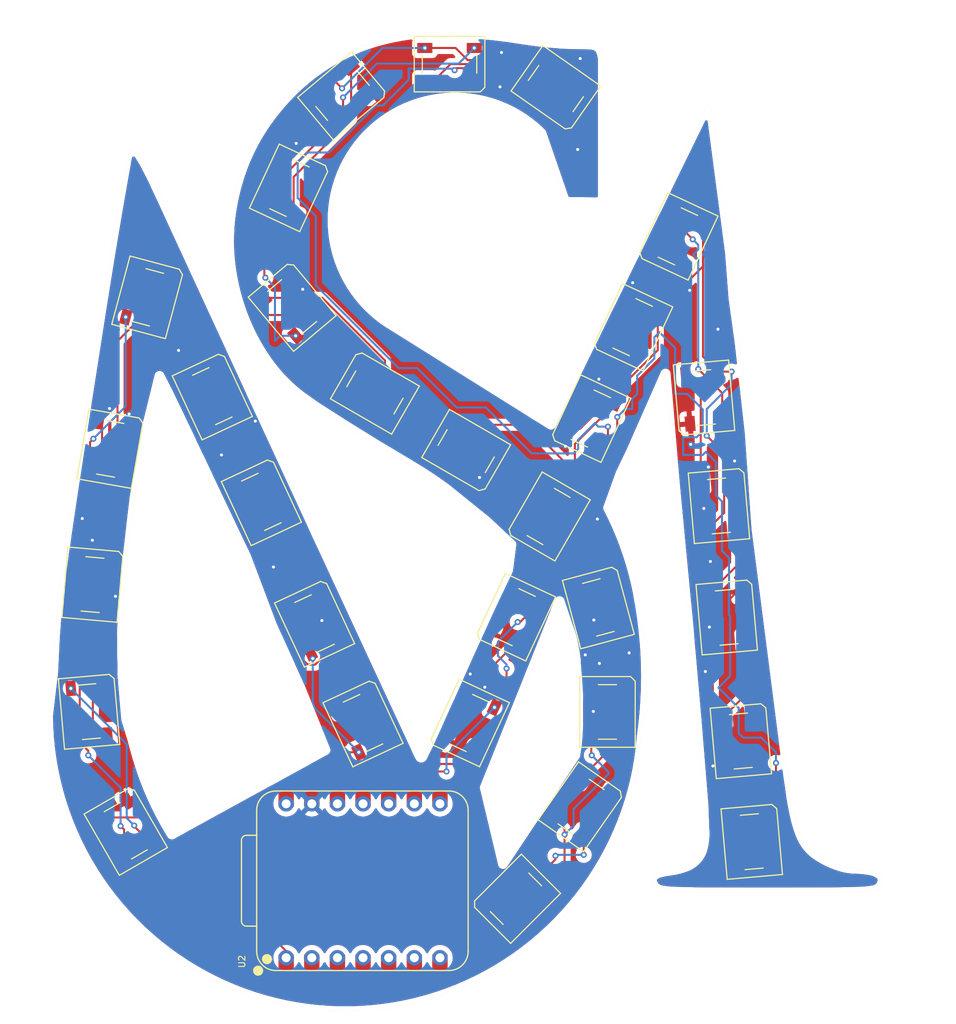
<source format=kicad_pcb>
(kicad_pcb (version 20241229) (generator "pcbnew") (generator_version "9.0")
  (layers (0 "F.Cu" signal) (2 "B.Cu" signal) (13 "F.Paste" user) (15 "B.Paste" user) (5 "F.SilkS" user "F.Silkscreen") (7 "B.SilkS" user "B.Silkscreen") (1 "F.Mask" user) (3 "B.Mask" user) (25 "Edge.Cuts" user))
  (net 0 "")
  (net 1 "Net-(D25-DOUT)")
  (net 2 "GND")
  (net 3 "+5V")
  (net 4 "Net-(D26-DOUT)")
  (net 5 "Net-(D27-DOUT)")
  (net 6 "Net-(D28-DOUT)")
  (net 7 "Net-(D29-DOUT)")
  (net 8 "Net-(D30-DOUT)")
  (net 9 "Net-(D31-DOUT)")
  (net 10 "Net-(D32-DOUT)")
  (net 11 "Net-(D33-DOUT)")
  (net 12 "Net-(D34-DOUT)")
  (net 13 "Net-(D35-DOUT)")
  (net 14 "Net-(D36-DOUT)")
  (net 15 "Net-(D37-DOUT)")
  (net 16 "Net-(D38-DOUT)")
  (net 17 "Net-(D39-DOUT)")
  (net 18 "Net-(D40-DOUT)")
  (net 19 "Net-(D41-DOUT)")
  (net 20 "Net-(D42-DOUT)")
  (net 21 "Net-(D43-DOUT)")
  (net 22 "Net-(D44-DOUT)")
  (net 23 "Net-(D45-DOUT)")
  (net 24 "Net-(D46-DOUT)")
  (net 25 "Net-(D47-DOUT)")
  (net 26 "Net-(D48-DOUT)")
  (net 27 "Net-(D49-DOUT)")
  (net 28 "Net-(D50-DOUT)")
  (net 29 "Net-(D51-DOUT)")
  (net 30 "Net-(D52-DOUT)")
  (net 31 "Net-(D53-DOUT)")
  (net 32 "Net-(D54-DOUT)")
  (net 33 "Net-(D25-DIN)")
  (footprint "LED_SMD:LED_SK6812_PLCC4_5.0x5.0mm_P3.2mm" (layer "F.Cu") (at 108.680382 112.869874 -85)
    (property "Reference" "D26" (hide yes))
    (property "Value" "SK6812" (hide yes))
  )
  (footprint "LED_SMD:LED_SK6812_PLCC4_5.0x5.0mm_P3.2mm" (layer "F.Cu") (at 173.269618 115.780126 -85)
    (property "Reference" "D50" (hide yes))
    (property "Value" "SK6812" (hide yes))
  )
  (footprint "Xiao:XIAO-ESP32S3-DIP" (layer "F.Cu") (at 135.83 129.620001 90)
    (property "Reference" "U2")
    (property "Value" "XIAO-ESP32-S3-DIP")
  )
  (footprint "LED_SMD:LED_SK6812_PLCC4_5.0x5.0mm_P3.2mm" (layer "F.Cu") (at 154.939202 51.165904 145)
    (property "Reference" "D43" (hide yes))
    (property "Value" "SK6812" (hide yes))
  )
  (footprint "LED_SMD:LED_SK6812_PLCC4_5.0x5.0mm_P3.2mm" (layer "F.Cu") (at 137.003238 81.264359 -30)
    (property "Reference" "D38" (hide yes))
    (property "Value" "SK6812" (hide yes))
  )
  (footprint "LED_SMD:LED_SK6812_PLCC4_5.0x5.0mm_P3.2mm" (layer "F.Cu") (at 169.619622 81.780127 95)
    (property "Reference" "D47" (hide yes))
    (property "Value" "SK6812" (hide yes))
  )
  (footprint "LED_SMD:LED_SK6812_PLCC4_5.0x5.0mm_P3.2mm" (layer "F.Cu") (at 109.019622 100.294873 -95)
    (property "Reference" "D27" (hide yes))
    (property "Value" "SK6812" (hide yes))
  )
  (footprint "LED_SMD:LED_SK6812_PLCC4_5.0x5.0mm_P3.2mm" (layer "F.Cu") (at 162.55 74.8 65)
    (property "Reference" "D45" (hide yes))
    (property "Value" "SK6812" (hide yes))
  )
  (footprint "LED_SMD:LED_SK6812_PLCC4_5.0x5.0mm_P3.2mm" (layer "F.Cu") (at 128.535325 61.003357 -115)
    (property "Reference" "D40" (hide yes))
    (property "Value" "SK6812" (hide yes))
  )
  (footprint "LED_SMD:LED_SK6812_PLCC4_5.0x5.0mm_P3.2mm" (layer "F.Cu") (at 133.798351 51.899501 -140)
    (property "Reference" "D41" (hide yes))
    (property "Value" "SK6812" (hide yes))
  )
  (footprint "LED_SMD:LED_SK6812_PLCC4_5.0x5.0mm_P3.2mm" (layer "F.Cu") (at 131.025 104.125 -65)
    (property "Reference" "D32" (hide yes))
    (property "Value" "SK6812" (hide yes))
  )
  (footprint "LED_SMD:LED_SK6812_PLCC4_5.0x5.0mm_P3.2mm" (layer "F.Cu") (at 144.399999 48.749997 180)
    (property "Reference" "D42" (hide yes))
    (property "Value" "SK6812" (hide yes))
  )
  (footprint "LED_SMD:LED_SK6812_PLCC4_5.0x5.0mm_P3.2mm" (layer "F.Cu") (at 167.035506 65.805734 65)
    (property "Reference" "D46" (hide yes))
    (property "Value" "SK6812" (hide yes))
  )
  (footprint "LED_SMD:LED_SK6812_PLCC4_5.0x5.0mm_P3.2mm" (layer "F.Cu") (at 146.05 87.075 150)
    (property "Reference" "D37" (hide yes))
    (property "Value" "SK6812" (hide yes))
  )
  (footprint "LED_SMD:LED_SK6812_PLCC4_5.0x5.0mm_P3.2mm" (layer "F.Cu") (at 112.31064 124.671763 -60)
    (property "Reference" "D25" (hide yes))
    (property "Value" "SK6812" (hide yes))
  )
  (footprint "LED_SMD:LED_SK6812_PLCC4_5.0x5.0mm_P3.2mm" (layer "F.Cu") (at 135.825 114 -65)
    (property "Reference" "D33" (hide yes))
    (property "Value" "SK6812" (hide yes))
  )
  (footprint "LED_SMD:LED_SK6812_PLCC4_5.0x5.0mm_P3.2mm" (layer "F.Cu") (at 171.869618 103.530126 -85)
    (property "Reference" "D49" (hide yes))
    (property "Value" "SK6812" (hide yes))
  )
  (footprint "LED_SMD:LED_SK6812_PLCC4_5.0x5.0mm_P3.2mm" (layer "F.Cu") (at 157.434092 122.2892 -125)
    (property "Reference" "D54" (hide yes))
    (property "Value" "SK6812" (hide yes))
  )
  (footprint "LED_SMD:LED_SK6812_PLCC4_5.0x5.0mm_P3.2mm" (layer "F.Cu") (at 120.889679 81.628356 -65)
    (property "Reference" "D30" (hide yes))
    (property "Value" "SK6812" (hide yes))
  )
  (footprint "LED_SMD:LED_SK6812_PLCC4_5.0x5.0mm_P3.2mm" (layer "F.Cu") (at 150.939494 103.519266 65)
    (property "Reference" "D35" (hide yes))
    (property "Value" "SK6812" (hide yes))
  )
  (footprint "LED_SMD:LED_SK6812_PLCC4_5.0x5.0mm_P3.2mm" (layer "F.Cu") (at 114.488628 71.844371 -105)
    (property "Reference" "D29" (hide yes))
    (property "Value" "SK6812" (hide yes))
  )
  (footprint "LED_SMD:LED_SK6812_PLCC4_5.0x5.0mm_P3.2mm" (layer "F.Cu") (at 159.15 102.55 -75)
    (property "Reference" "D52" (hide yes))
    (property "Value" "SK6812" (hide yes))
  )
  (footprint "LED_SMD:LED_SK6812_PLCC4_5.0x5.0mm_P3.2mm" (layer "F.Cu") (at 158.4 83.85 65)
    (property "Reference" "D44" (hide yes))
    (property "Value" "SK6812" (hide yes))
  )
  (footprint "LED_SMD:LED_SK6812_PLCC4_5.0x5.0mm_P3.2mm" (layer "F.Cu") (at 171.1 92.5 -85)
    (property "Reference" "D48" (hide yes))
    (property "Value" "SK6812" (hide yes))
  )
  (footprint "LED_SMD:LED_SK6812_PLCC4_5.0x5.0mm_P3.2mm" (layer "F.Cu") (at 110.776132 86.840058 -100)
    (property "Reference" "D28" (hide yes))
    (property "Value" "SK6812" (hide yes))
  )
  (footprint "LED_SMD:LED_SK6812_PLCC4_5.0x5.0mm_P3.2mm" (layer "F.Cu") (at 128.800842 72.74473 -50)
    (property "Reference" "D39" (hide yes))
    (property "Value" "SK6812" (hide yes))
  )
  (footprint "LED_SMD:LED_SK6812_PLCC4_5.0x5.0mm_P3.2mm" (layer "F.Cu") (at 174.35 125.75 -85)
    (property "Reference" "D51" (hide yes))
    (property "Value" "SK6812" (hide yes))
  )
  (footprint "LED_SMD:LED_SK6812_PLCC4_5.0x5.0mm_P3.2mm" (layer "F.Cu") (at 150.986218 131.401042 45)
    (property "Reference" "D55" (hide yes))
    (property "Value" "SK6812" (hide yes))
  )
  (footprint "LED_SMD:LED_SK6812_PLCC4_5.0x5.0mm_P3.2mm" (layer "F.Cu") (at 146.364494 113.994266 65)
    (property "Reference" "D34" (hide yes))
    (property "Value" "SK6812" (hide yes))
  )
  (footprint "LED_SMD:LED_SK6812_PLCC4_5.0x5.0mm_P3.2mm" (layer "F.Cu") (at 160.05 112.9 -90)
    (property "Reference" "D53" (hide yes))
    (property "Value" "SK6812" (hide yes))
  )
  (footprint "LED_SMD:LED_SK6812_PLCC4_5.0x5.0mm_P3.2mm" (layer "F.Cu") (at 125.75 92.1 -65)
    (property "Reference" "D31" (hide yes))
    (property "Value" "SK6812" (hide yes))
  )
  (footprint "LED_SMD:LED_SK6812_PLCC4_5.0x5.0mm_P3.2mm" (layer "F.Cu") (at 154.21436 93.546763 60)
    (property "Reference" "D36" (hide yes))
    (property "Value" "SK6812" (hide yes))
  )
  (gr_line (start 174.820857 94.761783) (end 176.211742 105.563113) (stroke (width 0.0053)) (layer "Edge.Cuts"))
  (gr_line (start 169.553025 121.995249) (end 168.871781 113.600561) (stroke (width 0.0053)) (layer "Edge.Cuts"))
  (gr_arc (start 137.969728 46.28487) (mid 140.998184 45.749534) (end 144.070087 45.60276) (stroke (width 0.0053)) (layer "Edge.Cuts"))
  (gr_arc (start 126.324651 78.148305) (mid 124.984696 75.962933) (end 123.927298 73.627717) (stroke (width 0.0053)) (layer "Edge.Cuts"))
  (gr_arc (start 128.423351 51.859039) (mid 130.513479 49.956943) (end 132.845525 48.360644) (stroke (width 0.0053)) (layer "Edge.Cuts"))
  (gr_line (start 140.519595 88.466883) (end 137.402865 86.607637) (stroke (width 0.0053)) (layer "Edge.Cuts"))
  (gr_line (start 112.435777 98.21598) (end 112.102797 101.976962) (stroke (width 0.0053)) (layer "Edge.Cuts"))
  (gr_line (start 109.015689 78.621543) (end 109.494742 75.568005) (stroke (width 0.0053)) (layer "Edge.Cuts"))
  (gr_line (start 112.102797 101.976962) (end 111.939166 105.033557) (stroke (width 0.0053)) (layer "Edge.Cuts"))
  (gr_arc (start 164.564945 129.200985) (mid 164.817869 128.980833) (end 165.122481 128.84065) (stroke (width 0.0053)) (layer "Edge.Cuts"))
  (gr_arc (start 164.752893 130.233828) (mid 164.568927 129.972826) (end 164.45321 129.675209) (stroke (width 0.0053)) (layer "Edge.Cuts"))
  (gr_arc (start 112.689667 57.499333) (mid 112.770193 57.464468) (end 112.854211 57.439153) (stroke (width 0.0053)) (layer "Edge.Cuts"))
  (gr_line (start 115.983738 62.27684) (end 117.139565 64.7877) (stroke (width 0.0053)) (layer "Edge.Cuts"))
  (gr_line (start 108.191478 83.87434) (end 108.554286 81.562305) (stroke (width 0.0053)) (layer "Edge.Cuts"))
  (gr_arc (start 112.410816 58.068749) (mid 112.479796 57.81886) (end 112.594622 57.586445) (stroke (width 0.0053)) (layer "Edge.Cuts"))
  (gr_arc (start 166.600433 130.706627) (mid 165.973426 130.655835) (end 165.350936 130.565146) (stroke (width 0.0053)) (layer "Edge.Cuts"))
  (gr_arc (start 184.509431 128.418166) (mid 185.294711 128.465091) (end 186.074711 128.567395) (stroke (width 0.0053)) (layer "Edge.Cuts"))
  (gr_arc (start 144.070087 45.60276) (mid 147.760856 45.79775) (end 151.427186 46.264463) (stroke (width 0.0053)) (layer "Edge.Cuts"))
  (gr_line (start 109.494742 75.568005) (end 109.916896 72.87684) (stroke (width 0.0053)) (layer "Edge.Cuts"))
  (gr_line (start 105.688284 100.795218) (end 105.813325 99.77434) (stroke (width 0.0053)) (layer "Edge.Cuts"))
  (gr_line (start 111.979458 109.191503) (end 112.358456 113.62135) (stroke (width 0.0053)) (layer "Edge.Cuts"))
  (gr_line (start 112.958268 115.538676) (end 113.188306 116.418521) (stroke (width 0.0053)) (layer "Edge.Cuts"))
  (gr_line (start 132.1 116.675) (end 116.885209 125.018892) (stroke (width 0.0053)) (layer "Edge.Cuts"))
  (gr_arc (start 124.654197 57.210001) (mid 125.423185 55.785991) (end 126.304199 54.428434) (stroke (width 0.0053)) (layer "Edge.Cuts"))
  (gr_line (start 167.023525 93.41434) (end 166.797027 91.025742) (stroke (width 0.0053)) (layer "Edge.Cuts"))
  (gr_line (start 169.652282 124.529622) (end 169.553025 121.995249) (stroke (width 0.0053)) (layer "Edge.Cuts"))
  (gr_line (start 166.074913 82.54934) (end 165.799829 79.407046) (stroke (width 0.0053)) (layer "Edge.Cuts"))
  (gr_arc (start 167.768011 128.24118) (mid 166.96403 128.478927) (end 166.13896 128.627816) (stroke (width 0.0053)) (layer "Edge.Cuts"))
  (gr_line (start 124.240509 97.531335) (end 121.343662 91.448356) (stroke (width 0.0053)) (layer "Edge.Cuts"))
  (gr_arc (start 112.854211 57.439153) (mid 112.954704 57.420507) (end 113.056578 57.412248) (stroke (width 0.0053)) (layer "Edge.Cuts"))
  (gr_arc (start 122.750029 63.458505) (mid 123.051296 61.824409) (end 123.472955 60.217164) (stroke (width 0.0053)) (layer "Edge.Cuts"))
  (gr_line (start 150.527354 96.329618) (end 150.205063 98.823522) (stroke (width 0.0053)) (layer "Edge.Cuts"))
  (gr_line (start 153.506504 55.595425) (end 155.85 62.4) (stroke (width 0.0053)) (layer "Edge.Cuts"))
  (gr_arc (start 112.594622 57.586445) (mid 112.636113 57.53631) (end 112.689667 57.499333) (stroke (width 0.0053)) (layer "Edge.Cuts"))
  (gr_line (start 136.740897 107.162612) (end 141.335729 117.041073) (stroke (width 0.0053)) (layer "Edge.Cuts"))
  (gr_line (start 107.602652 87.679865) (end 108.191478 83.87434) (stroke (width 0.0053)) (layer "Edge.Cuts"))
  (gr_line (start 117.460853 83.27099) (end 116.498766 81.275812) (stroke (width 0.0053)) (layer "Edge.Cuts"))
  (gr_line (start 177.624626 116.60184) (end 178.229852 121.015326) (stroke (width 0.0053)) (layer "Edge.Cuts"))
  (gr_arc (start 164.45321 129.675209) (mid 164.450972 129.424406) (end 164.564945 129.200985) (stroke (width 0.0053)) (layer "Edge.Cuts"))
  (gr_line (start 141.685066 117.345933) (end 142.148157 116.432491) (stroke (width 0.0053)) (layer "Edge.Cuts"))
  (gr_arc (start 156.356527 105.061685) (mid 156.685097 106.344038) (end 156.892617 107.651386) (stroke (width 0.0053)) (layer "Edge.Cuts"))
  (gr_line (start 143.03309 114.51374) (end 146.369424 107.078667) (stroke (width 0.0053)) (layer "Edge.Cuts"))
  (gr_arc (start 163.078744 101.151602) (mid 163.861149 108.235197) (end 163.449999 115.35) (stroke (width 0.0053)) (layer "Edge.Cuts"))
  (gr_line (start 166.535065 88.091152) (end 166.280273 85.106206) (stroke (width 0.0053)) (layer "Edge.Cuts"))
  (gr_line (start 118.856104 86.217309) (end 117.460853 83.27099) (stroke (width 0.0053)) (layer "Edge.Cuts"))
  (gr_line (start 110.797636 67.39612) (end 111.63375 62.472885) (stroke (width 0.0053)) (layer "Edge.Cuts"))
  (gr_line (start 152.775973 46.459754) (end 154.275392 46.62456) (stroke (width 0.0053)) (layer "Edge.Cuts"))
  (gr_line (start 108.554286 81.562305) (end 109.015689 78.621543) (stroke (width 0.0053)) (layer "Edge.Cuts"))
  (gr_line (start 154.275392 46.62456) (end 155.697419 46.738788) (stroke (width 0.0053)) (layer "Edge.Cuts"))
  (gr_line (start 126.79594 85.692902) (end 128.421336 89.21099) (stroke (width 0.0053)) (layer "Edge.Cuts"))
  (gr_arc (start 158.703867 46.863589) (mid 158.89799 46.922357) (end 159.077532 47.016708) (stroke (width 0.0053)) (layer "Edge.Cuts"))
  (gr_line (start 162.45 87) (end 161.35 89.3) (stroke (width 0.0053)) (layer "Edge.Cuts"))
  (gr_line (start 172.55 72) (end 173.15 76.3) (stroke (width 0.0053)) (layer "Edge.Cuts"))
  (gr_line (start 160.125847 92.695346) (end 161.35 89.3) (stroke (width 0.0053)) (layer "Edge.Cuts"))
  (gr_arc (start 129.639909 81.610665) (mid 127.851118 80.005075) (end 126.324651 78.148305) (stroke (width 0.0053)) (layer "Edge.Cuts"))
  (gr_line (start 113.185456 91.712381) (end 112.951373 93.67934) (stroke (width 0.0053)) (layer "Edge.Cuts"))
  (gr_line (start 121.343662 91.448356) (end 118.856104 86.217309) (stroke (width 0.0053)) (layer "Edge.Cuts"))
  (gr_arc (start 183.312548 128.23907) (mid 182.644887 128.023015) (end 181.996747 127.754009) (stroke (width 0.0053)) (layer "Edge.Cuts"))
  (gr_line (start 131.107198 82.648245) (end 129.639909 81.610665) (stroke (width 0.0053)) (layer "Edge.Cuts"))
  (gr_line (start 105.813325 99.77434) (end 106.314624 96.290752) (stroke (width 0.0053)) (layer "Edge.Cuts"))
  (gr_line (start 151.427186 46.264463) (end 152.775973 46.459754) (stroke (width 0.0053)) (layer "Edge.Cuts"))
  (gr_arc (start 116.885209 125.018892) (mid 115.122733 121.787252) (end 113.769932 118.36384) (stroke (width 0.0053)) (layer "Edge.Cuts"))
  (gr_line (start 129.321851 91.16184) (end 132.527555 98.091903) (stroke (width 0.0053)) (layer "Edge.Cuts"))
  (gr_line (start 111.63375 62.472885) (end 112.410816 58.068749) (stroke (width 0.0053)) (layer "Edge.Cuts"))
  (gr_arc (start 123.472955 60.217164) (mid 124.00295 58.689768) (end 124.654197 57.210001) (stroke (width 0.0053)) (layer "Edge.Cuts"))
  (gr_line (start 166.280273 85.106206) (end 166.074913 82.54934) (stroke (width 0.0053)) (layer "Edge.Cuts"))
  (gr_line (start 105.118466 108.945918) (end 104.605526 113.276269) (stroke (width 0.0053)) (layer "Edge.Cuts"))
  (gr_line (start 111.959655 107.341352) (end 111.991063 108.307689) (stroke (width 0.0053)) (layer "Edge.Cuts"))
  (gr_line (start 132.527555 98.091903) (end 136.740897 107.162612) (stroke (width 0.0053)) (layer "Edge.Cuts"))
  (gr_line (start 113.636826 57.681196) (end 114.152265 58.520583) (stroke (width 0.0053)) (layer "Edge.Cuts"))
  (gr_line (start 168.871781 113.600561) (end 168.011053 103.798648) (stroke (width 0.0053)) (layer "Edge.Cuts"))
  (gr_line (start 128.421336 89.21099) (end 129.321851 91.16184) (stroke (width 0.0053)) (layer "Edge.Cuts"))
  (gr_line (start 114.152265 58.520583) (end 114.879481 59.922918) (stroke (width 0.0053)) (layer "Edge.Cuts"))
  (gr_line (start 124.900356 81.591227) (end 126.79594 85.692902) (stroke (width 0.0053)) (layer "Edge.Cuts"))
  (gr_line (start 114.35 84.925) (end 113.185456 91.712381) (stroke (width 0.0053)) (layer "Edge.Cuts"))
  (gr_arc (start 169.652282 124.529622) (mid 169.643104 125.509619) (end 169.463158 126.472998) (stroke (width 0.0053)) (layer "Edge.Cuts"))
  (gr_line (start 176.211742 105.563113) (end 177.624626 116.60184) (stroke (width 0.0053)) (layer "Edge.Cuts"))
  (gr_arc (start 113.267946 57.425436) (mid 113.48179 57.510908) (end 113.636826 57.681196) (stroke (width 0.0053)) (layer "Edge.Cuts"))
  (gr_line (start 138.698794 74.600716) (end 154.45 84.45) (stroke (width 0.0053)) (layer "Edge.Cuts"))
  (gr_line (start 182.797392 130.768873) (end 175.896931 130.77934) (stroke (width 0.0053)) (layer "Edge.Cuts"))
  (gr_line (start 155.3 101.95) (end 156.356527 105.061686) (stroke (width 0.0053)) (layer "Edge.Cuts"))
  (gr_line (start 168.011053 103.798648) (end 167.023525 93.41434) (stroke (width 0.0053)) (layer "Edge.Cuts"))
  (gr_line (start 112.951373 93.67934) (end 112.435777 98.21598) (stroke (width 0.0053)) (layer "Edge.Cuts"))
  (gr_arc (start 141.685066 117.345933) (mid 141.597779 117.404639) (end 141.504617 117.355763) (stroke (width 0.0053)) (layer "Edge.Cuts"))
  (gr_arc (start 126.304199 54.428434) (mid 127.316376 53.104644) (end 128.423351 51.859039) (stroke (width 0.0053)) (layer "Edge.Cuts"))
  (gr_line (start 148.050466 94.010566) (end 144.153812 90.871985) (stroke (width 0.0053)) (layer "Edge.Cuts"))
  (gr_arc (start 187.318731 129.546557) (mid 187.240864 129.914851) (end 187.040969 130.233828) (stroke (width 0.0053)) (layer "Edge.Cuts"))
  (gr_arc (start 168.850757 127.54299) (mid 168.349839 127.954824) (end 167.768011 128.24118) (stroke (width 0.0053)) (layer "Edge.Cuts"))
  (gr_line (start 114.879481 59.922918) (end 115.983738 62.27684) (stroke (width 0.0053)) (layer "Edge.Cuts"))
  (gr_line (start 109.916896 72.87684) (end 110.797636 67.39612) (stroke (width 0.0053)) (layer "Edge.Cuts"))
  (gr_arc (start 187.032275 128.965473) (mid 187.248249 129.220155) (end 187.318731 129.546557) (stroke (width 0.0053)) (layer "Edge.Cuts"))
  (gr_line (start 111.939166 105.033557) (end 111.959655 107.341352) (stroke (width 0.0053)) (layer "Edge.Cuts"))
  (gr_line (start 170.2 52.3) (end 172.2 67.45) (stroke (width 0.0053)) (layer "Edge.Cuts"))
  (gr_line (start 129.6 110.5) (end 126.825 104.375) (stroke (width 0.0053)) (layer "Edge.Cuts"))
  (gr_line (start 155.697419 46.738788) (end 156.784026 46.77434) (stroke (width 0.0053)) (layer "Edge.Cuts"))
  (gr_line (start 149.085481 101.168318) (end 150.205063 98.823522) (stroke (width 0.0053)) (layer "Edge.Cuts"))
  (gr_line (start 147.807626 103.907071) (end 149.085481 101.168318) (stroke (width 0.0053)) (layer "Edge.Cuts"))
  (gr_line (start 115.658538 79.630108) (end 114.35 84.925) (stroke (width 0.0053)) (layer "Edge.Cuts"))
  (gr_line (start 156.784026 46.77434) (end 158.065021 46.791269) (stroke (width 0.0053)) (layer "Edge.Cuts"))
  (gr_arc (start 187.040969 130.233828) (mid 186.769473 130.449171) (end 186.442926 130.565146) (stroke (width 0.0053)) (layer "Edge.Cuts"))
  (gr_line (start 105.279397 105.597345) (end 105.396948 103.983146) (stroke (width 0.0053)) (layer "Edge.Cuts"))
  (gr_line (start 157.133154 112.824661) (end 157.140464 111.16934) (stroke (width 0.0053)) (layer "Edge.Cuts"))
  (gr_line (start 168.99647 130.768873) (end 166.600433 130.706627) (stroke (width 0.0053)) (layer "Edge.Cuts"))
  (gr_arc (start 163.45 115.35) (mid 133.033521 142.525864) (end 104.605524 113.276269) (stroke (width 0.0053)) (layer "Edge.Cuts"))
  (gr_arc (start 113.056578 57.412248) (mid 113.162565 57.413982) (end 113.267946 57.425436) (stroke (width 0.0053)) (layer "Edge.Cuts"))
  (gr_line (start 146.369424 107.078667) (end 147.807626 103.907071) (stroke (width 0.0053)) (layer "Edge.Cuts"))
  (gr_line (start 126.825 104.375) (end 124.240509 97.531335) (stroke (width 0.0053)) (layer "Edge.Cuts"))
  (gr_line (start 149.7 127.95) (end 156.860112 117.181012) (stroke (width 0.0053)) (layer "Edge.Cuts"))
  (gr_line (start 111.991063 108.307689) (end 111.979458 109.191503) (stroke (width 0.0053)) (layer "Edge.Cuts"))
  (gr_arc (start 160.125849 92.695346) (mid 161.903184 96.818408) (end 163.078744 101.151607) (stroke (width 0.0053)) (layer "Edge.Cuts"))
  (gr_line (start 175.896931 130.77934) (end 168.99647 130.768873) (stroke (width 0.0053)) (layer "Edge.Cuts"))
  (gr_arc (start 179.933886 126.299641) (mid 179.539682 125.750082) (end 179.234753 125.146401) (stroke (width 0.0053)) (layer "Edge.Cuts"))
  (gr_arc (start 165.350936 130.565146) (mid 165.024387 130.449175) (end 164.752893 130.233828) (stroke (width 0.0053)) (layer "Edge.Cuts"))
  (gr_line (start 132.1 116.675) (end 129.6 110.5) (stroke (width 0.0053)) (layer "Edge.Cuts"))
  (gr_line (start 170.2 52.3) (end 154.45 84.45) (stroke (width 0.0053)) (layer "Edge.Cuts"))
  (gr_line (start 105.396948 103.983146) (end 105.540713 102.304691) (stroke (width 0.0053)) (layer "Edge.Cuts"))
  (gr_arc (start 169.463158 126.472998) (mid 169.223509 127.046085) (end 168.850757 127.54299) (stroke (width 0.0053)) (layer "Edge.Cuts"))
  (gr_arc (start 122.681888 68.551708) (mid 122.547872 66.002857) (end 122.750029 63.458505) (stroke (width 0.0053)) (layer "Edge.Cuts"))
  (gr_arc (start 132.845525 48.360644) (mid 135.331563 47.134991) (end 137.969728 46.28487) (stroke (width 0.0053)) (layer "Edge.Cuts"))
  (gr_line (start 166.797027 91.025742) (end 166.535065 88.091152) (stroke (width 0.0053)) (layer "Edge.Cuts"))
  (gr_arc (start 179.234753 125.146401) (mid 178.941583 124.346487) (end 178.711927 123.526079) (stroke (width 0.0053)) (layer "Edge.Cuts"))
  (gr_line (start 159.605226 48.401563) (end 159.6 62.45) (stroke (width 0.0053)) (layer "Edge.Cuts"))
  (gr_arc (start 186.442926 130.565146) (mid 185.59533 130.678708) (end 184.74108 130.718378) (stroke (width 0.0053)) (layer "Edge.Cuts"))
  (gr_arc (start 141.504617 117.355763) (mid 141.415671 117.200834) (end 141.335729 117.041073) (stroke (width 0.0053)) (layer "Edge.Cuts"))
  (gr_line (start 142.148157 116.432491) (end 143.03309 114.51374) (stroke (width 0.0053)) (layer "Edge.Cuts"))
  (gr_arc (start 181.996747 127.754009) (mid 181.380453 127.437759) (end 180.79176 127.072692) (stroke (width 0.0053)) (layer "Edge.Cuts"))
  (gr_arc (start 184.509431 128.418166) (mid 183.90542 128.36584) (end 183.312548 128.23907) (stroke (width 0.0053)) (layer "Edge.Cuts"))
  (gr_line (start 105.118466 108.945918) (end 105.279397 105.597345) (stroke (width 0.0053)) (layer "Edge.Cuts"))
  (gr_line (start 112.358456 113.62135) (end 112.958268 115.538676) (stroke (width 0.0053)) (layer "Edge.Cuts"))
  (gr_arc (start 158.065021 46.791269) (mid 158.386006 46.813635) (end 158.703867 46.863589) (stroke (width 0.0053)) (layer "Edge.Cuts"))
  (gr_arc (start 159.077532 47.016708) (mid 159.218319 47.136238) (end 159.325107 47.286919) (stroke (width 0.0053)) (layer "Edge.Cuts"))
  (gr_line (start 155.85 62.4) (end 159.6 62.45) (stroke (width 0.0053)) (layer "Edge.Cuts"))
  (gr_line (start 174.15 85.25) (end 174.820857 94.761783) (stroke (width 0.0053)) (layer "Edge.Cuts"))
  (gr_line (start 115.658538 79.630108) (end 116.498766 81.275812) (stroke (width 0.0053)) (layer "Edge.Cuts"))
  (gr_line (start 122.95442 77.38184) (end 124.900356 81.591227) (stroke (width 0.0053)) (layer "Edge.Cuts"))
  (gr_line (start 172.2 67.45) (end 172.55 72) (stroke (width 0.0053)) (layer "Edge.Cuts"))
  (gr_arc (start 186.074711 128.567395) (mid 186.576308 128.711557) (end 187.032275 128.965473) (stroke (width 0.0053)) (layer "Edge.Cuts"))
  (gr_arc (start 140.519595 88.466883) (mid 142.37049 89.618382) (end 144.153812 90.871985) (stroke (width 0.0053)) (layer "Edge.Cuts"))
  (gr_arc (start 138.698794 74.600717) (mid 135.377702 56.741876) (end 153.506505 55.595425) (stroke (width 0.0053)) (layer "Edge.Cuts"))
  (gr_line (start 150.527354 96.329618) (end 148.050466 94.010566) (stroke (width 0.0053)) (layer "Edge.Cuts"))
  (gr_line (start 184.74108 130.718378) (end 182.797392 130.768873) (stroke (width 0.0053)) (layer "Edge.Cuts"))
  (gr_line (start 137.402865 86.607637) (end 134.074961 84.545199) (stroke (width 0.0053)) (layer "Edge.Cuts"))
  (gr_line (start 113.470447 117.404345) (end 113.769932 118.36384) (stroke (width 0.0053)) (layer "Edge.Cuts"))
  (gr_line (start 106.314624 96.290752) (end 106.944961 92.034096) (stroke (width 0.0053)) (layer "Edge.Cuts"))
  (gr_line (start 120.964201 73.075189) (end 122.95442 77.38184) (stroke (width 0.0053)) (layer "Edge.Cuts"))
  (gr_line (start 157.140464 111.16934) (end 156.892617 107.651386) (stroke (width 0.0053)) (layer "Edge.Cuts"))
  (gr_arc (start 157.133154 112.824661) (mid 157.09751 115.009159) (end 156.860112 117.181012) (stroke (width 0.0053)) (layer "Edge.Cuts"))
  (gr_arc (start 123.927298 73.627717) (mid 123.149381 71.127795) (end 122.681888 68.551708) (stroke (width 0.0053)) (layer "Edge.Cuts"))
  (gr_arc (start 159.325107 47.286919) (mid 159.533843 47.826983) (end 159.605226 48.401563) (stroke (width 0.0053)) (layer "Edge.Cuts"))
  (gr_line (start 173.15 76.3) (end 174.15 85.25) (stroke (width 0.0053)) (layer "Edge.Cuts"))
  (gr_line (start 117.139565 64.7877) (end 118.935695 68.681559) (stroke (width 0.0053)) (layer "Edge.Cuts"))
  (gr_arc (start 165.122481 128.84065) (mid 165.626335 128.713289) (end 166.13896 128.627816) (stroke (width 0.0053)) (layer "Edge.Cuts"))
  (gr_arc (start 178.711927 123.526079) (mid 178.443222 122.276015) (end 178.229852 121.015326) (stroke (width 0.0053)) (layer "Edge.Cuts"))
  (gr_arc (start 180.79176 127.072692) (mid 180.336138 126.715779) (end 179.933886 126.299641) (stroke (width 0.0053)) (layer "Edge.Cuts"))
  (gr_line (start 147.9 120.4) (end 149.7 127.95) (stroke (width 0.0053)) (layer "Edge.Cuts"))
  (gr_line (start 113.188306 116.418521) (end 113.470447 117.404345) (stroke (width 0.0053)) (layer "Edge.Cuts"))
  (gr_line (start 105.540713 102.304691) (end 105.688284 100.795218) (stroke (width 0.0053)) (layer "Edge.Cuts"))
  (gr_line (start 134.074961 84.545199) (end 131.107198 82.648245) (stroke (width 0.0053)) (layer "Edge.Cuts"))
  (gr_line (start 165.799829 79.407046) (end 162.45 87) (stroke (width 0.0053)) (layer "Edge.Cuts"))
  (gr_line (start 118.935695 68.681559) (end 120.964201 73.075189) (stroke (width 0.0053)) (layer "Edge.Cuts"))
  (gr_line (start 155.3 101.95) (end 147.9 120.4) (stroke (width 0.0053)) (layer "Edge.Cuts"))
  (gr_line (start 106.944961 92.034096) (end 107.602652 87.679865) (stroke (width 0.0053)) (layer "Edge.Cuts"))
  (segment (start 114.92128 125.993526) (end 113.15 124.222246) (width 0.2) (layer "F.Cu") (net 1))
  (segment (start 113.15 124.222246) (end 113.15 124.15) (width 0.2) (layer "F.Cu") (net 1))
  (via (at 113.15 124.15) (size 0.6) (drill 0.3) (layers "F.Cu" "B.Cu") (net 1))
  (via (at 106.872941 110.568645) (size 0.6) (drill 0.3) (layers "F.Cu" "B.Cu") (net 1))
  (segment (start 112.407298 116.103002) (end 106.872941 110.568645) (width 0.2) (layer "B.Cu") (net 1))
  (segment (start 113.15 124.15) (end 112.407298 123.407298) (width 0.2) (layer "B.Cu") (net 1))
  (segment (start 112.407298 123.407298) (end 112.407298 116.103002) (width 0.2) (layer "B.Cu") (net 1))
  (segment (start 172.65 89.750256) (end 172.480382 89.919874) (width 0.2) (layer "F.Cu") (net 2))
  (segment (start 173.25 100.95) (end 172.95 100.95) (width 0.2) (layer "F.Cu") (net 2))
  (segment (start 173.771905 100.428095) (end 173.25 100.95) (width 0.2) (layer "F.Cu") (net 2))
  (segment (start 172.95 100.95) (end 170.3 103.6) (width 0.2) (layer "F.Cu") (net 2))
  (segment (start 172.65 88.05) (end 173.771905 89.171905) (width 0.2) (layer "F.Cu") (net 2))
  (segment (start 170.35 104.3) (end 170.15 104.5) (width 0.2) (layer "F.Cu") (net 2))
  (segment (start 172.65 88.05) (end 172.65 89.750256) (width 0.2) (layer "F.Cu") (net 2))
  (segment (start 170.35 103.65) (end 170.35 104.3) (width 0.2) (layer "F.Cu") (net 2))
  (segment (start 170.3 103.6) (end 170.35 103.65) (width 0.2) (layer "F.Cu") (net 2))
  (segment (start 173.771905 89.171905) (end 173.771905 100.428095) (width 0.2) (layer "F.Cu") (net 2))
  (via (at 159.2 79.95) (size 0.6) (drill 0.3) (layers "F.Cu" "B.Cu") (net 2))
  (via (at 159.25 108.1) (size 0.6) (drill 0.3) (layers "F.Cu" "B.Cu") (net 2))
  (via (at 121.8 87.45) (size 0.6) (drill 0.3) (layers "F.Cu" "B.Cu") (net 2))
  (via (at 110.7 82.85) (size 0.6) (drill 0.3) (layers "F.Cu" "B.Cu") (net 2))
  (via (at 129.2 56.6) (size 0.6) (drill 0.3) (layers "F.Cu" "B.Cu") (net 2))
  (via (at 168.3 86.4) (size 0.6) (drill 0.3) (layers "F.Cu" "B.Cu") (net 2))
  (via (at 125.15 84.1) (size 0.6) (drill 0.3) (layers "F.Cu" "B.Cu") (net 2))
  (via (at 117.55 77.1) (size 0.6) (drill 0.3) (layers "F.Cu" "B.Cu") (net 2))
  (via (at 171 75) (size 0.6) (drill 0.3) (layers "F.Cu" "B.Cu") (net 2))
  (via (at 170.15 104.5) (size 0.6) (drill 0.3) (layers "F.Cu" "B.Cu") (net 2))
  (via (at 169.6 92.75) (size 0.6) (drill 0.3) (layers "F.Cu" "B.Cu") (net 2))
  (via (at 157.1 57.2) (size 0.6) (drill 0.3) (layers "F.Cu" "B.Cu") (net 2))
  (via (at 155.892214 86.592214) (size 0.6) (drill 0.3) (layers "F.Cu" "B.Cu") (net 2))
  (via (at 169.75 108.9) (size 0.6) (drill 0.3) (layers "F.Cu" "B.Cu") (net 2))
  (via (at 170.05 88.65) (size 0.6) (drill 0.3) (layers "F.Cu" "B.Cu") (net 2))
  (via (at 112.65 83.4) (size 0.6) (drill 0.3) (layers "F.Cu" "B.Cu") (net 2))
  (via (at 172.65 88.05) (size 0.6) (drill 0.3) (layers "F.Cu" "B.Cu") (net 2))
  (via (at 170.5 118.25) (size 0.6) (drill 0.3) (layers "F.Cu" "B.Cu") (net 2))
  (via (at 157.85 107.25) (size 0.6) (drill 0.3) (layers "F.Cu" "B.Cu") (net 2))
  (via (at 149.4 51) (size 0.6) (drill 0.3) (layers "F.Cu" "B.Cu") (net 2))
  (via (at 170.25 98) (size 0.6) (drill 0.3) (layers "F.Cu" "B.Cu") (net 2))
  (via (at 146.45 109.15) (size 0.6) (drill 0.3) (layers "F.Cu" "B.Cu") (net 2))
  (via (at 109 95.9) (size 0.6) (drill 0.3) (layers "F.Cu" "B.Cu") (net 2))
  (via (at 159.05 93.8) (size 0.6) (drill 0.3) (layers "F.Cu" "B.Cu") (net 2))
  (via (at 168.2 71.15) (size 0.6) (drill 0.3) (layers "F.Cu" "B.Cu") (net 2))
  (via (at 108 93.75) (size 0.6) (drill 0.3) (layers "F.Cu" "B.Cu") (net 2))
  (via (at 129.85 71.05) (size 0.6) (drill 0.3) (layers "F.Cu" "B.Cu") (net 2))
  (via (at 162.55 70.4) (size 0.6) (drill 0.3) (layers "F.Cu" "B.Cu") (net 2))
  (via (at 147.9 110.45) (size 0.6) (drill 0.3) (layers "F.Cu" "B.Cu") (net 2))
  (via (at 162.2 107.05) (size 0.6) (drill 0.3) (layers "F.Cu" "B.Cu") (net 2))
  (via (at 158.7 103.8) (size 0.6) (drill 0.3) (layers "F.Cu" "B.Cu") (net 2))
  (via (at 131.75 103.85) (size 0.6) (drill 0.3) (layers "F.Cu" "B.Cu") (net 2))
  (via (at 157.35 48.2) (size 0.6) (drill 0.3) (layers "F.Cu" "B.Cu") (net 2))
  (via (at 111.3 101.45) (size 0.6) (drill 0.3) (layers "F.Cu" "B.Cu") (net 2))
  (via (at 158.65 112.85) (size 0.6) (drill 0.3) (layers "F.Cu" "B.Cu") (net 2))
  (via (at 147.371764 89.685645) (size 0.6) (drill 0.3) (layers "F.Cu" "B.Cu") (net 2))
  (via (at 126.95 98.55) (size 0.6) (drill 0.3) (layers "F.Cu" "B.Cu") (net 2))
  (via (at 149.55 47.6) (size 0.6) (drill 0.3) (layers "F.Cu" "B.Cu") (net 2))
  (segment (start 161.5 106.35) (end 157.65 106.35) (width 0.2) (layer "B.Cu") (net 2))
  (segment (start 169.5 92.85) (end 169.6 92.75) (width 0.2) (layer "B.Cu") (net 2))
  (segment (start 157.65 106.35) (end 157.65 104.85) (width 0.2) (layer "B.Cu") (net 2))
  (segment (start 162.2 107.05) (end 161.5 106.35) (width 0.2) (layer "B.Cu") (net 2))
  (segment (start 168.25 96.6) (end 168.25 92.85) (width 0.2) (layer "B.Cu") (net 2))
  (segment (start 157.65 104.85) (end 158.7 103.8) (width 0.2) (layer "B.Cu") (net 2))
  (segment (start 168.8 97.15) (end 168.25 96.6) (width 0.2) (layer "B.Cu") (net 2))
  (segment (start 168.8 103.15) (end 168.8 97.15) (width 0.2) (layer "B.Cu") (net 2))
  (segment (start 168.25 92.85) (end 169.5 92.85) (width 0.2) (layer "B.Cu") (net 2))
  (segment (start 170.15 104.5) (end 168.8 103.15) (width 0.2) (layer "B.Cu") (net 2))
  (segment (start 144.728236 84.464355) (end 138.914355 84.464355) (width 0.2) (layer "F.Cu") (net 3))
  (segment (start 126.049816 62.547622) (end 126.049816 69.799816) (width 0.2) (layer "F.Cu") (net 3))
  (segment (start 123.687026 84.525) (end 120.475 84.525) (width 0.2) (layer "F.Cu") (net 3))
  (segment (start 106.736378 97.579376) (end 106.736378 102.120302) (width 0.2) (layer "F.Cu") (net 3))
  (segment (start 114.555333 72.082542) (end 119.997059 77.524268) (width 0.2) (layer "F.Cu") (net 3))
  (segment (start 107.3 115.45) (end 107.75 115) (width 0.2) (layer "F.Cu") (net 3))
  (segment (start 156.825 98.574999) (end 156.825 92.225) (width 0.2) (layer "F.Cu") (net 3))
  (segment (start 124.446303 83.765723) (end 123.687026 84.525) (width 0.2) (layer "F.Cu") (net 3))
  (segment (start 108.775 94.929856) (end 106.839065 96.865791) (width 0.2) (layer "F.Cu") (net 3))
  (segment (start 126.049816 62.547622) (end 126.049816 61.720088) (width 0.2) (layer "F.Cu") (net 3))
  (segment (start 135.410321 116.896644) (end 137.313677 118.8) (width 0.2) (layer "F.Cu") (net 3))
  (segment (start 130.282373 118.85) (end 132.3 118.85) (width 0.2) (layer "F.Cu") (net 3))
  (segment (start 107.75 103.133924) (end 107.212177 102.596101) (width 0.2) (layer "F.Cu") (net 3))
  (segment (start 171.889236 118.360252) (end 171.427705 118.821783) (width 0.2) (layer "F.Cu") (net 3))
  (segment (start 160.2 106.45) (end 161.8 106.45) (width 0.2) (layer "F.Cu") (net 3))
  (segment (start 162.55 104.9) (end 162.55 102.05) (width 0.2) (layer "F.Cu") (net 3))
  (segment (start 138.914355 84.464355) (end 138.325 83.875) (width 0.2) (layer "F.Cu") (net 3))
  (segment (start 119.997059 77.524268) (end 119.997059 80.857343) (width 0.2) (layer "F.Cu") (net 3))
  (segment (start 112.309038 68.763577) (end 113.163727 67.908888) (width 0.2) (layer "F.Cu") (net 3))
  (segment (start 155.6 101.330088) (end 155.6 99.8) (width 0.2) (layer "F.Cu") (net 3))
  (segment (start 125.335321 89.385321) (end 125.335321 94.996644) (width 0.2) (layer "F.Cu") (net 3))
  (segment (start 162.95 105.3) (end 162.55 104.9) (width 0.2) (layer "F.Cu") (net 3))
  (segment (start 144.997995 47.149995) (end 146.197 48.349) (width 0.2) (layer "F.Cu") (net 3))
  (segment (start 130.610321 107.021644) (end 130.610321 107.374005) (width 0.2) (layer "F.Cu") (net 3))
  (segment (start 156.4 102.85) (end 156.4 102.130088) (width 0.2) (layer "F.Cu") (net 3))
  (segment (start 108.775 88.975) (end 108.775 86.175) (width 0.2) (layer "F.Cu") (net 3))
  (segment (start 160.2 113.599998) (end 160.2 106.45) (width 0.2) (layer "F.Cu") (net 3))
  (segment (start 126.049816 69.799816) (end 126.15 69.9) (width 0.2) (layer "F.Cu") (net 3))
  (segment (start 137.313677 118.8) (end 144.1 118.8) (width 0.2) (layer "F.Cu") (net 3))
  (segment (start 155.8 128.85) (end 153.85 130.8) (width 0.2) (layer "F.Cu") (net 3))
  (segment (start 132.95 50.35) (end 133.75 51.15) (width 0.2) (layer "F.Cu") (net 3))
  (segment (start 130.1 75.65) (end 129.15 75.65) (width 0.2) (layer "F.Cu") (net 3))
  (segment (start 159.7 104.434204) (end 159.7 104.7) (width 0.2) (layer "F.Cu") (net 3))
  (segment (start 170.489236 116.960252) (end 171.889236 118.360252) (width 0.2) (layer "F.Cu") (net 3))
  (segment (start 152.114412 84.464355) (end 156.825 89.174943) (width 0.2) (layer "F.Cu") (net 3))
  (segment (start 171.615918 93.183826) (end 171.615918 87.273359) (width 0.2) (layer "F.Cu") (net 3))
  (segment (start 130.610321 107.374005) (end 130.841985 107.605669) (width 0.2) (layer "F.Cu") (net 3))
  (segment (start 134.253356 116.896644) (end 135.410321 116.896644) (width 0.2) (layer "F.Cu") (net 3))
  (segment (start 106.839065 96.865791) (end 106.736378 97.579376) (width 0.2) (layer "F.Cu") (net 3))
  (segment (start 155.6 99.8) (end 156.825 98.574999) (width 0.2) (layer "F.Cu") (net 3))
  (segment (start 113.163727 67.908888) (end 114.120193 67.908888) (width 0.2) (layer "F.Cu") (net 3))
  (segment (start 108.775 88.975) (end 108.775 94.929856) (width 0.2) (layer "F.Cu") (net 3))
  (segment (start 162.55 102.05) (end 162.084204 102.05) (width 0.2) (layer "F.Cu") (net 3))
  (segment (start 172.35 79.2) (end 171 79.2) (width 0.2) (layer "F.Cu") (net 3))
  (segment (start 144.728236 84.464355) (end 152.114412 84.464355) (width 0.2) (layer "F.Cu") (net 3))
  (segment (start 130.893079 52.248659) (end 132.651341 52.248659) (width 0.2) (layer "F.Cu") (net 3))
  (segment (start 162.084204 102.05) (end 159.7 104.434204) (width 0.2) (layer "F.Cu") (net 3))
  (segment (start 108.6 117.2) (end 108.6 116.75) (width 0.2) (layer "F.Cu") (net 3))
  (segment (start 158.449998 115.35) (end 160.2 113.599998) (width 0.2) (layer "F.Cu") (net 3))
  (segment (start 156.825 92.225) (end 156.825 89.5) (width 0.2) (layer "F.Cu") (net 3))
  (segment (start 108.775 86.175) (end 109.1 85.85) (width 0.2) (layer "F.Cu") (net 3))
  (segment (start 132.651341 50.648659) (end 132.95 50.35) (width 0.2) (layer "F.Cu") (net 3))
  (segment (start 153.749 48.349) (end 153.85 48.45) (width 0.2) (layer "F.Cu") (net 3))
  (segment (start 155.8 124.460216) (end 154.718184 123.3784) (width 0.2) (layer "F.Cu") (net 3))
  (segment (start 169.197713 95.602031) (end 169.197713 104.818729) (width 0.2) (layer "F.Cu") (net 3))
  (segment (start 146.197 48.349) (end 153.749 48.349) (width 0.2) (layer "F.Cu") (net 3))
  (segment (start 169.719618 95.080126) (end 171.615918 93.183826) (width 0.2) (layer "F.Cu") (net 3))
  (segment (start 165.035506 73.255733) (end 169.521012 68.770227) (width 0.2) (layer "F.Cu") (net 3))
  (segment (start 112.309038 73.796779) (end 112.309038 68.763577) (width 0.2) (layer "F.Cu") (net 3))
  (segment (start 108.6 116.75) (end 107.3 115.45) (width 0.2) (layer "F.Cu") (net 3))
  (segment (start 106.736378 102.120302) (end 107.212177 102.596101) (width 0.2) (layer "F.Cu") (net 3))
  (segment (start 124.446303 82.790833) (end 124.446303 83.765723) (width 0.2) (layer "F.Cu") (net 3))
  (segment (start 169.197713 104.818729) (end 170.489236 106.110252) (width 0.2) (layer "F.Cu") (net 3))
  (segment (start 132.651341 52.248659) (end 132.651341 50.648659) (width 0.2) (layer "F.Cu") (net 3))
  (segment (start 125.335321 94.996644) (end 129.95 99.611323) (width 0.2) (layer "F.Cu") (net 3))
  (segment (start 169.521012 67.45) (end 169.521012 64.261467) (width 0.2) (layer "F.Cu") (net 3))
  (segment (start 170.489236 106.110252) (end 170.489236 116.960252) (width 0.2) (layer "F.Cu") (net 3))
  (segment (start 120.475 84.525) (end 125.335321 89.385321) (width 0.2) (layer "F.Cu") (net 3))
  (segment (start 126.049816 61.720088) (end 130.893079 56.876825) (width 0.2) (layer "F.Cu") (net 3))
  (segment (start 169.719618 95.080126) (end 169.197713 95.602031) (width 0.2) (layer "F.Cu") (net 3))
  (segment (start 156.825 86.366239) (end 160.885506 82.305733) (width 0.2) (layer "F.Cu") (net 3))
  (segment (start 138.325 83.875) (end 130.1 75.65) (width 0.2) (layer "F.Cu") (net 3))
  (segment (start 160.885506 81.228725) (end 165.035506 77.078725) (width 0.2) (layer "F.Cu") (net 3))
  (segment (start 158.449998 115.35) (end 158.449998 117.149998) (width 0.2) (layer "F.Cu") (net 3))
  (segment (start 155.8 125.05) (end 155.8 124.460216) (width 0.2) (layer "F.Cu") (net 3))
  (segment (start 114.555333 68.344028) (end 114.555333 72.082542) (width 0.2) (layer "F.Cu") (net 3))
  (segment (start 129.95 106.361323) (end 130.610321 107.021644) (width 0.2) (layer "F.Cu") (net 3))
  (segment (start 171.427705 126.788213) (end 172.969618 128.330126) (width 0.2) (layer "F.Cu") (net 3))
  (segment (start 119.997059 80.857343) (end 122.512813 80.857343) (width 0.2) (layer "F.Cu") (net 3))
  (segment (start 171 79.2) (end 169.521012 77.721012) (width 0.2) (layer "F.Cu") (net 3))
  (segment (start 129.95 99.611323) (end 129.95 106.361323) (width 0.2) (layer "F.Cu") (net 3))
  (segment (start 165.035506 77.078725) (end 165.035506 73.255733) (width 0.2) (layer "F.Cu") (net 3))
  (segment (start 160.885506 82.305733) (end 160.885506 81.228725) (width 0.2) (layer "F.Cu") (net 3))
  (segment (start 128.210002 122.000001) (end 128.210002 120.922371) (width 0.2) (layer "F.Cu") (net 3))
  (segment (start 155.8 125.05) (end 155.8 128.85) (width 0.2) (layer "F.Cu") (net 3))
  (segment (start 171.615918 87.273359) (end 169.892559 85.55) (width 0.2) (layer "F.Cu") (net 3))
  (segment (start 161.8 106.45) (end 162.95 105.3) (width 0.2) (layer "F.Cu") (net 3))
  (segment (start 135.088091 117.218874) (end 135.410321 116.896644) (width 0.2) (layer "F.Cu") (net 3))
  (segment (start 159.069371 105.330629) (end 159.7 104.7) (width 0.2) (layer "F.Cu") (net 3))
  (segment (start 132.3 118.85) (end 134.253356 116.896644) (width 0.2) (layer "F.Cu") (net 3))
  (segment (start 141.949997 47.149995) (end 144.997995 47.149995) (width 0.2) (layer "F.Cu") (net 3))
  (segment (start 150.05 111.249999) (end 150.05 108.6) (width 0.2) (layer "F.Cu") (net 3))
  (segment (start 130.893079 56.876825) (end 130.893079 52.248659) (width 0.2) (layer "F.Cu") (net 3))
  (segment (start 153.425 101.974999) (end 155.6 99.8) (width 0.2) (layer "F.Cu") (net 3))
  (segment (start 112.149998 124.549998) (end 111.8 124.2) (width 0.2) (layer "F.Cu") (net 3))
  (segment (start 107.75 115) (end 107.75 103.133924) (width 0.2) (layer "F.Cu") (net 3))
  (segment (start 158.449998 117.149998) (end 158.5 117.2) (width 0.2) (layer "F.Cu") (net 3))
  (segment (start 158.238624 105.330629) (end 158.238624 104.688624) (width 0.2) (layer "F.Cu") (net 3))
  (segment (start 151.399999 104) (end 153.425 101.974999) (width 0.2) (layer "F.Cu") (net 3))
  (segment (start 158.238624 105.330629) (end 159.069371 105.330629) (width 0.2) (layer "F.Cu") (net 3))
  (segment (start 156.825 89.174943) (end 156.825 89.5) (width 0.2) (layer "F.Cu") (net 3))
  (segment (start 156.4 102.130088) (end 155.6 101.330088) (width 0.2) (layer "F.Cu") (net 3))
  (segment (start 151.15 104) (end 151.399999 104) (width 0.2) (layer "F.Cu") (net 3))
  (segment (start 112.149998 127.593526) (end 112.149998 124.549998) (width 0.2) (layer "F.Cu") (net 3))
  (segment (start 169.521012 77.721012) (end 169.521012 67.45) (width 0.2) (layer "F.Cu") (net 3))
  (segment (start 158.238624 104.688624) (end 156.4 102.85) (width 0.2) (layer "F.Cu") (net 3))
  (segment (start 128.210002 120.922371) (end 130.282373 118.85) (width 0.2) (layer "F.Cu") (net 3))
  (segment (start 171.427705 118.821783) (end 171.427705 126.788213) (width 0.2) (layer "F.Cu") (net 3))
  (segment (start 169.521012 68.770227) (end 169.521012 67.45) (width 0.2) (layer "F.Cu") (net 3))
  (segment (start 114.120193 67.908888) (end 114.555333 68.344028) (width 0.2) (layer "F.Cu") (net 3))
  (segment (start 122.512813 80.857343) (end 124.446303 82.790833) (width 0.2) (layer "F.Cu") (net 3))
  (segment (start 156.825 89.5) (end 156.825 86.366239) (width 0.2) (layer "F.Cu") (net 3))
  (segment (start 148.85 112.449999) (end 150.05 111.249999) (width 0.2) (layer "F.Cu") (net 3))
  (via (at 158.5 117.2) (size 0.6) (drill 0.3) (layers "F.Cu" "B.Cu") (net 3))
  (via (at 109.1 85.85) (size 0.6) (drill 0.3) (layers "F.Cu" "B.Cu") (net 3))
  (via (at 133.75 51.15) (size 0.6) (drill 0.3) (layers "F.Cu" "B.Cu") (net 3))
  (via (at 144.1 118.8) (size 0.6) (drill 0.3) (layers "F.Cu" "B.Cu") (net 3))
  (via (at 150.05 108.6) (size 0.6) (drill 0.3) (layers "F.Cu" "B.Cu") (net 3))
  (via (at 155.8 125.05) (size 0.6) (drill 0.3) (layers "F.Cu" "B.Cu") (net 3))
  (via (at 151.15 104) (size 0.6) (drill 0.3) (layers "F.Cu" "B.Cu") (net 3))
  (via (at 126.15 69.9) (size 0.6) (drill 0.3) (layers "F.Cu" "B.Cu") (net 3))
  (via (at 148.85 112.449999) (size 0.6) (drill 0.3) (layers "F.Cu" "B.Cu") (net 3))
  (via (at 108.6 117.2) (size 0.6) (drill 0.3) (layers "F.Cu" "B.Cu") (net 3))
  (via (at 135.410321 116.896644) (size 0.6) (drill 0.3) (layers "F.Cu" "B.Cu") (net 3))
  (via (at 141.949997 47.149995) (size 0.6) (drill 0.3) (layers "F.Cu" "B.Cu") (net 3))
  (via (at 111.8 124.2) (size 0.6) (drill 0.3) (layers "F.Cu" "B.Cu") (net 3))
  (via (at 172.35 79.2) (size 0.6) (drill 0.3) (layers "F.Cu" "B.Cu") (net 3))
  (via (at 112.309038 73.796779) (size 0.6) (drill 0.3) (layers "F.Cu" "B.Cu") (net 3))
  (via (at 169.892559 85.55) (size 0.6) (drill 0.3) (layers "F.Cu" "B.Cu") (net 3))
  (via (at 129.15 75.65) (size 0.6) (drill 0.3) (layers "F.Cu" "B.Cu") (net 3))
  (via (at 130.841985 107.605669) (size 0.6) (drill 0.3) (layers "F.Cu" "B.Cu") (net 3))
  (segment (start 126.15 69.9) (end 127.1 70.85) (width 0.2) (layer "B.Cu") (net 3))
  (segment (start 156.7 124.15) (end 155.8 125.05) (width 0.2) (layer "B.Cu") (net 3))
  (segment (start 156.7 123.8) (end 156.7 124.15) (width 0.2) (layer "B.Cu") (net 3))
  (segment (start 144.1 118.8) (end 144.1 117.199999) (width 0.2) (layer "B.Cu") (net 3))
  (segment (start 144.1 117.199999) (end 148.85 112.449999) (width 0.2) (layer "B.Cu") (net 3))
  (segment (start 112.309038 82.640962) (end 112.309038 73.796779) (width 0.2) (layer "B.Cu") (net 3))
  (segment (start 127.6 75.65) (end 129.15 75.65) (width 0.2) (layer "B.Cu") (net 3))
  (segment (start 133.75 51.15) (end 137.750005 47.149995) (width 0.2) (layer "B.Cu") (net 3))
  (segment (start 149.2 107.35) (end 149.2 105.95) (width 0.2) (layer "B.Cu") (net 3))
  (segment (start 127.1 76.15) (end 127.6 75.65) (width 0.2) (layer "B.Cu") (net 3))
  (segment (start 160.15 118.85) (end 160.15 119.05) (width 0.2) (layer "B.Cu") (net 3))
  (segment (start 127.1 70.85) (end 127.1 76.15) (width 0.2) (layer "B.Cu") (net 3))
  (segment (start 172.35 80.45) (end 172.35 79.2) (width 0.2) (layer "B.Cu") (net 3))
  (segment (start 130.841985 107.605669) (end 130.841985 111.966188) (width 0.2) (layer "B.Cu") (net 3))
  (segment (start 158.5 117.2) (end 160.15 118.85) (width 0.2) (layer "B.Cu") (net 3))
  (segment (start 150.05 108.2) (end 149.2 107.35) (width 0.2) (layer "B.Cu") (net 3))
  (segment (start 169.892559 82.907441) (end 172.35 80.45) (width 0.2) (layer "B.Cu") (net 3))
  (segment (start 169.892559 85.55) (end 169.892559 82.907441) (width 0.2) (layer "B.Cu") (net 3))
  (segment (start 156.7 122.5) (end 156.7 123.8) (width 0.2) (layer "B.Cu") (net 3))
  (segment (start 109.1 85.85) (end 112.309038 82.640962) (width 0.2) (layer "B.Cu") (net 3))
  (segment (start 131.088325 112.574648) (end 135.410321 116.896644) (width 0.2) (layer "B.Cu") (net 3))
  (segment (start 137.750005 47.149995) (end 141.949997 47.149995) (width 0.2) (layer "B.Cu") (net 3))
  (segment (start 149.2 105.95) (end 151.15 104) (width 0.2) (layer "B.Cu") (net 3))
  (segment (start 111.8 124.2) (end 111.8 120.4) (width 0.2) (layer "B.Cu") (net 3))
  (segment (start 111.8 120.4) (end 108.6 117.2) (width 0.2) (layer "B.Cu") (net 3))
  (segment (start 130.841985 111.966188) (end 131.088325 112.574648) (width 0.2) (layer "B.Cu") (net 3))
  (segment (start 150.05 108.6) (end 150.05 108.2) (width 0.2) (layer "B.Cu") (net 3))
  (segment (start 160.15 119.05) (end 156.7 122.5) (width 0.2) (layer "B.Cu") (net 3))
  (segment (start 110.487823 115.171103) (end 109.05 113.73328) (width 0.2) (layer "F.Cu") (net 4))
  (segment (start 109.05 99.125502) (end 107.639244 97.714746) (width 0.2) (layer "F.Cu") (net 4))
  (segment (start 109.05 113.73328) (end 109.05 99.125502) (width 0.2) (layer "F.Cu") (net 4))
  (segment (start 109.962603 102.437603) (end 109.962603 84.486164) (width 0.2) (layer "F.Cu") (net 5))
  (segment (start 110.4 102.875) (end 109.962603 102.437603) (width 0.2) (layer "F.Cu") (net 5))
  (segment (start 109.962603 84.486164) (end 109.62588 84.149441) (width 0.2) (layer "F.Cu") (net 5))
  (segment (start 111.926384 89.530675) (end 111.494775 89.099066) (width 0.2) (layer "F.Cu") (net 6))
  (segment (start 111.494775 89.099066) (end 111.494775 76.179425) (width 0.2) (layer "F.Cu") (net 6))
  (segment (start 111.494775 76.179425) (end 113.577256 74.096944) (width 0.2) (layer "F.Cu") (net 6))
  (segment (start 113.577256 74.096944) (end 113.577256 69.063742) (width 0.2) (layer "F.Cu") (net 6))
  (segment (start 115.4 74.625) (end 115.4 77.079916) (width 0.2) (layer "F.Cu") (net 7))
  (segment (start 115.4 77.079916) (end 118.404173 80.084089) (width 0.2) (layer "F.Cu") (net 7))
  (segment (start 123.375185 83.172623) (end 120.163159 83.172623) (width 0.2) (layer "F.Cu") (net 8))
  (segment (start 120.06157 87.352809) (end 123.264494 90.555733) (width 0.2) (layer "F.Cu") (net 8))
  (segment (start 119.403882 85.969767) (end 120.06157 87.352809) (width 0.2) (layer "F.Cu") (net 8))
  (segment (start 119.403882 83.9319) (end 119.403882 85.969767) (width 0.2) (layer "F.Cu") (net 8))
  (segment (start 120.163159 83.172623) (end 119.403882 83.9319) (width 0.2) (layer "F.Cu") (net 8))
  (segment (start 130.351 95.759761) (end 130.351 105.309415) (width 0.2) (layer "F.Cu") (net 9))
  (segment (start 131.082499 108.213684) (end 130.349453 108.213684) (width 0.2) (layer "F.Cu") (net 9))
  (segment (start 128.539494 106.403725) (end 128.539494 102.580733) (width 0.2) (layer "F.Cu") (net 9))
  (segment (start 131.681439 107.614744) (end 131.082499 108.213684) (width 0.2) (layer "F.Cu") (net 9))
  (segment (start 130.351 105.309415) (end 131.681439 106.639854) (width 0.2) (layer "F.Cu") (net 9))
  (segment (start 131.681439 106.639854) (end 131.681439 107.614744) (width 0.2) (layer "F.Cu") (net 9))
  (segment (start 128.235506 93.644267) (end 130.351 95.759761) (width 0.2) (layer "F.Cu") (net 9))
  (segment (start 130.349453 108.213684) (end 128.539494 106.403725) (width 0.2) (layer "F.Cu") (net 9))
  (segment (start 133.510506 105.669267) (end 133.510506 112.284721) (width 0.2) (layer "F.Cu") (net 10))
  (segment (start 133.510506 112.284721) (end 133.339494 112.455733) (width 0.2) (layer "F.Cu") (net 10))
  (segment (start 145.615035 118.055048) (end 146.779173 116.89091) (width 0.2) (layer "F.Cu") (net 11))
  (segment (start 138.310506 115.544267) (end 140.821287 118.055048) (width 0.2) (layer "F.Cu") (net 11))
  (segment (start 140.821287 118.055048) (end 145.615035 118.055048) (width 0.2) (layer "F.Cu") (net 11))
  (segment (start 145.949815 111.097622) (end 150.631527 106.41591) (width 0.2) (layer "F.Cu") (net 12))
  (segment (start 150.631527 106.41591) (end 151.354173 106.41591) (width 0.2) (layer "F.Cu") (net 12))
  (segment (start 150.524815 100.622622) (end 154.375002 96.772435) (width 0.2) (layer "F.Cu") (net 13))
  (segment (start 154.375002 96.772435) (end 154.375002 96.468526) (width 0.2) (layer "F.Cu") (net 13))
  (segment (start 152.682399 90.625) (end 148.971762 86.914363) (width 0.2) (layer "F.Cu") (net 14))
  (segment (start 154.053718 90.625) (end 152.682399 90.625) (width 0.2) (layer "F.Cu") (net 14))
  (segment (start 143.128238 87.235637) (end 139.892114 87.235637) (width 0.2) (layer "F.Cu") (net 15))
  (segment (start 139.892114 87.235637) (end 134.081476 81.424999) (width 0.2) (layer "F.Cu") (net 15))
  (segment (start 131.79638 71.89638) (end 126.000341 71.89638) (width 0.2) (layer "F.Cu") (net 16))
  (segment (start 139.925 81.103719) (end 138 79.178719) (width 0.2) (layer "F.Cu") (net 16))
  (segment (start 138 78.1) (end 131.79638 71.89638) (width 0.2) (layer "F.Cu") (net 16))
  (segment (start 138 79.178719) (end 138 78.1) (width 0.2) (layer "F.Cu") (net 16))
  (segment (start 124.834228 71.952805) (end 124.834228 61.393136) (width 0.2) (layer "F.Cu") (net 17))
  (segment (start 124.834228 61.393136) (end 128.12065 58.106714) (width 0.2) (layer "F.Cu") (net 17))
  (segment (start 126.474503 73.59308) (end 124.834228 71.952805) (width 0.2) (layer "F.Cu") (net 17))
  (segment (start 131.601343 73.59308) (end 126.474503 73.59308) (width 0.2) (layer "F.Cu") (net 17))
  (segment (start 128.95 59.922538) (end 134.646702 54.225836) (width 0.2) (layer "F.Cu") (net 18))
  (segment (start 134.646702 54.225836) (end 134.646702 49.099002) (width 0.2) (layer "F.Cu") (net 18))
  (segment (start 128.95 63.9) (end 128.95 59.922538) (width 0.2) (layer "F.Cu") (net 18))
  (segment (start 133.85 53.8) (end 133.85 52.05) (width 0.2) (layer "F.Cu") (net 19))
  (segment (start 132.95 54.7) (end 133.85 53.8) (width 0.2) (layer "F.Cu") (net 19))
  (via (at 146.85 47.15) (size 0.6) (drill 0.3) (layers "F.Cu" "B.Cu") (net 19))
  (via (at 133.85 52.05) (size 0.6) (drill 0.3) (layers "F.Cu" "B.Cu") (net 19))
  (segment (start 137.2 48.7) (end 145.3 48.7) (width 0.2) (layer "B.Cu") (net 19))
  (segment (start 145.3 48.7) (end 146.85 47.15) (width 0.2) (layer "B.Cu") (net 19))
  (segment (start 133.85 52.05) (end 137.2 48.7) (width 0.2) (layer "B.Cu") (net 19))
  (segment (start 154.560522 51.260522) (end 157.86385 51.260522) (width 0.2) (layer "F.Cu") (net 20))
  (segment (start 142.900006 50.349994) (end 144.5 48.75) (width 0.2) (layer "F.Cu") (net 20))
  (segment (start 152.05 48.75) (end 154.560522 51.260522) (width 0.2) (layer "F.Cu") (net 20))
  (segment (start 144.5 48.75) (end 152.05 48.75) (width 0.2) (layer "F.Cu") (net 20))
  (segment (start 141.949998 50.349994) (end 142.900006 50.349994) (width 0.2) (layer "F.Cu") (net 20))
  (segment (start 160.1 85.461323) (end 160.1 84.65) (width 0.2) (layer "F.Cu") (net 21))
  (segment (start 145.1 49.15) (end 144.9 49.35) (width 0.2) (layer "F.Cu") (net 21))
  (segment (start 152.014554 51.071286) (end 150.093268 49.15) (width 0.2) (layer "F.Cu") (net 21))
  (segment (start 150.093268 49.15) (end 145.1 49.15) (width 0.2) (layer "F.Cu") (net 21))
  (segment (start 158.814679 86.746644) (end 160.1 85.461323) (width 0.2) (layer "F.Cu") (net 21))
  (via (at 160.1 84.65) (size 0.6) (drill 0.3) (layers "F.Cu" "B.Cu") (net 21))
  (via (at 144.9 49.35) (size 0.6) (drill 0.3) (layers "F.Cu" "B.Cu") (net 21))
  (segment (start 144.75 49.2) (end 140.35 49.2) (width 0.2) (layer "B.Cu") (net 21))
  (segment (start 140.35 49.2) (end 140.35 50.3) (width 0.2) (layer "B.Cu") (net 21))
  (segment (start 137.1 52.85) (end 132.45 57.5) (width 0.2) (layer "B.Cu") (net 21))
  (segment (start 158.8 84.3) (end 159.15 84.65) (width 0.2) (layer "B.Cu") (net 21))
  (segment (start 129.35 58.5) (end 129.35 62) (width 0.2) (layer "B.Cu") (net 21))
  (segment (start 148 82.75) (end 152.55 87.3) (width 0.2) (layer "B.Cu") (net 21))
  (segment (start 157.15 85.95) (end 158.8 84.3) (width 0.2) (layer "B.Cu") (net 21))
  (segment (start 145.1 82.75) (end 148 82.75) (width 0.2) (layer "B.Cu") (net 21))
  (segment (start 157.15 86.85) (end 157.15 85.95) (width 0.2) (layer "B.Cu") (net 21))
  (segment (start 156.7 87.3) (end 157.15 86.85) (width 0.2) (layer "B.Cu") (net 21))
  (segment (start 152.55 87.3) (end 156.7 87.3) (width 0.2) (layer "B.Cu") (net 21))
  (segment (start 159.15 84.65) (end 160.1 84.65) (width 0.2) (layer "B.Cu") (net 21))
  (segment (start 139.35 78.85) (end 141.2 78.85) (width 0.2) (layer "B.Cu") (net 21))
  (segment (start 132.45 57.5) (end 130.35 57.5) (width 0.2) (layer "B.Cu") (net 21))
  (segment (start 141.2 78.85) (end 145.1 82.75) (width 0.2) (layer "B.Cu") (net 21))
  (segment (start 129.35 62) (end 131.15 63.8) (width 0.2) (layer "B.Cu") (net 21))
  (segment (start 131.15 63.8) (end 131.15 70.65) (width 0.2) (layer "B.Cu") (net 21))
  (segment (start 137.8 52.85) (end 137.1 52.85) (width 0.2) (layer "B.Cu") (net 21))
  (segment (start 131.15 70.65) (end 139.35 78.85) (width 0.2) (layer "B.Cu") (net 21))
  (segment (start 140.35 50.3) (end 137.8 52.85) (width 0.2) (layer "B.Cu") (net 21))
  (segment (start 130.35 57.5) (end 129.35 58.5) (width 0.2) (layer "B.Cu") (net 21))
  (segment (start 144.9 49.35) (end 144.75 49.2) (width 0.2) (layer "B.Cu") (net 21))
  (segment (start 159.237054 80.953356) (end 161.485506 78.704904) (width 0.2) (layer "F.Cu") (net 22))
  (segment (start 157.985321 80.953356) (end 159.237054 80.953356) (width 0.2) (layer "F.Cu") (net 22))
  (segment (start 162.493766 77.696644) (end 161.485506 78.704904) (width 0.2) (layer "F.Cu") (net 22))
  (segment (start 162.964679 77.696644) (end 162.493766 77.696644) (width 0.2) (layer "F.Cu") (net 22))
  (segment (start 165.336299 68.702378) (end 167.450185 68.702378) (width 0.2) (layer "F.Cu") (net 23))
  (segment (start 162.135321 71.903356) (end 165.336299 68.702378) (width 0.2) (layer "F.Cu") (net 23))
  (segment (start 169.05 78.95) (end 171.427067 81.327067) (width 0.2) (layer "F.Cu") (net 24))
  (segment (start 166.620827 62.90909) (end 166.620827 64.220827) (width 0.2) (layer "F.Cu") (net 24))
  (segment (start 171.427067 81.327067) (end 171.427067 84.081355) (width 0.2) (layer "F.Cu") (net 24))
  (segment (start 166.620827 64.220827) (end 168.5 66.1) (width 0.2) (layer "F.Cu") (net 24))
  (via (at 169.05 78.95) (size 0.6) (drill 0.3) (layers "F.Cu" "B.Cu") (net 24))
  (via (at 168.5 66.1) (size 0.6) (drill 0.3) (layers "F.Cu" "B.Cu") (net 24))
  (segment (start 168.55 67.6) (end 169.05 67.1) (width 0.2) (layer "B.Cu") (net 24))
  (segment (start 169.05 67.1) (end 169.05 66.65) (width 0.2) (layer "B.Cu") (net 24))
  (segment (start 169.05 68.1) (end 168.55 67.6) (width 0.2) (layer "B.Cu") (net 24))
  (segment (start 169.05 78.95) (end 169.05 68.1) (width 0.2) (layer "B.Cu") (net 24))
  (segment (start 168.5 66.1) (end 169.05 66.65) (width 0.2) (layer "B.Cu") (net 24))
  (segment (start 167.812177 79.478899) (end 169.292559 80.959281) (width 0.2) (layer "F.Cu") (net 25))
  (segment (start 169.292559 80.959281) (end 169.292559 90.198771) (width 0.2) (layer "F.Cu") (net 25))
  (segment (start 172.907441 94.801229) (end 172.907441 98.383633) (width 0.2) (layer "F.Cu") (net 26))
  (segment (start 172.907441 98.383633) (end 170.062177 101.228897) (width 0.2) (layer "F.Cu") (net 26))
  (segment (start 173.677059 110.672941) (end 173.677059 105.831355) (width 0.2) (layer "F.Cu") (net 27))
  (segment (start 173.55 111.391074) (end 173.55 110.8) (width 0.2) (layer "F.Cu") (net 27))
  (segment (start 171.462177 113.478897) (end 173.55 111.391074) (width 0.2) (layer "F.Cu") (net 27))
  (segment (start 173.55 110.8) (end 173.677059 110.672941) (width 0.2) (layer "F.Cu") (net 27))
  (segment (start 172.542559 123.448771) (end 172.542559 120.615855) (width 0.2) (layer "F.Cu") (net 28))
  (segment (start 172.542559 120.615855) (end 175.077059 118.081355) (width 0.2) (layer "F.Cu") (net 28))
  (segment (start 158.449 99.119005) (end 158.449 88.565231) (width 0.2) (layer "F.Cu") (net 29))
  (segment (start 156.970414 100.597591) (end 158.449 99.119005) (width 0.2) (layer "F.Cu") (net 29))
  (segment (start 158.449 88.565231) (end 161.020366 85.993865) (width 0.2) (layer "F.Cu") (net 29))
  (segment (start 176.75 127.45867) (end 176.75 117.95) (width 0.2) (layer "F.Cu") (net 29))
  (segment (start 161.020366 85.993865) (end 161.020366 83.696771) (width 0.2) (layer "F.Cu") (net 29))
  (segment (start 176.157441 128.051229) (end 176.75 127.45867) (width 0.2) (layer "F.Cu") (net 29))
  (via (at 161.020366 83.696771) (size 0.6) (drill 0.3) (layers "F.Cu" "B.Cu") (net 29))
  (via (at 176.75 117.95) (size 0.6) (drill 0.3) (layers "F.Cu" "B.Cu") (net 29))
  (segment (start 162.5 81.9) (end 162.5 82.9) (width 0.2) (layer "B.Cu") (net 29))
  (segment (start 169.5 87.45) (end 167.55 87.45) (width 0.2) (layer "B.Cu") (net 29))
  (segment (start 162.5 82.9) (end 161.817137 82.9) (width 0.2) (layer "B.Cu") (net 29))
  (segment (start 173.05 112.5) (end 171.05 110.5) (width 0.2) (layer "B.Cu") (net 29))
  (segment (start 164.7 75.8) (end 164.7 77.9) (width 0.2) (layer "B.Cu") (net 29))
  (segment (start 166.75 81.4) (end 166.75 76.85) (width 0.2) (layer "B.Cu") (net 29))
  (segment (start 172.2 103.4) (end 172.1 103.3) (width 0.2) (layer "B.Cu") (net 29))
  (segment (start 167.55 87.45) (end 167.55 85.7) (width 0.2) (layer "B.Cu") (net 29))
  (segment (start 171.05 110.5) (end 172.2 109.35) (width 0.2) (layer "B.Cu") (net 29))
  (segment (start 172.1 103.3) (end 172.1 97.65) (width 0.2) (layer "B.Cu") (net 29))
  (segment (start 169.8 87.15) (end 169.5 87.45) (width 0.2) (layer "B.Cu") (net 29))
  (segment (start 170.8 91.45) (end 170.8 88.15) (width 0.2) (layer "B.Cu") (net 29))
  (segment (start 167.95 81.4) (end 166.75 81.4) (width 0.2) (layer "B.Cu") (net 29))
  (segment (start 171.4 92.05) (end 170.8 91.45) (width 0.2) (layer "B.Cu") (net 29))
  (segment (start 173.05 115) (end 173.05 112.5) (width 0.2) (layer "B.Cu") (net 29))
  (segment (start 165.2 75.3) (end 164.7 75.8) (width 0.2) (layer "B.Cu") (net 29))
  (segment (start 161.817137 82.9) (end 161.020366 83.696771) (width 0.2) (layer "B.Cu") (net 29))
  (segment (start 169.491559 82.941559) (end 167.95 81.4) (width 0.2) (layer "B.Cu") (net 29))
  (segment (start 171.4 96.95) (end 171.4 92.05) (width 0.2) (layer "B.Cu") (net 29))
  (segment (start 176.75 117.95) (end 176.75 116.9) (width 0.2) (layer "B.Cu") (net 29))
  (segment (start 163 81.4) (end 162.5 81.9) (width 0.2) (layer "B.Cu") (net 29))
  (segment (start 172.2 109.35) (end 172.2 103.4) (width 0.2) (layer "B.Cu") (net 29))
  (segment (start 169.491559 85.101057) (end 169.491559 82.941559) (width 0.2) (layer "B.Cu") (net 29))
  (segment (start 163 79.6) (end 163 81.4) (width 0.2) (layer "B.Cu") (net 29))
  (segment (start 176.75 116.9) (end 175.25 115.4) (width 0.2) (layer "B.Cu") (net 29))
  (segment (start 168.892616 85.7) (end 169.491559 85.101057) (width 0.2) (layer "B.Cu") (net 29))
  (segment (start 166.75 76.85) (end 165.2 75.3) (width 0.2) (layer "B.Cu") (net 29))
  (segment (start 175.25 115.4) (end 175.2 115.45) (width 0.2) (layer "B.Cu") (net 29))
  (segment (start 173.5 115.45) (end 173.05 115) (width 0.2) (layer "B.Cu") (net 29))
  (segment (start 175.2 115.45) (end 173.5 115.45) (width 0.2) (layer "B.Cu") (net 29))
  (segment (start 167.55 85.7) (end 168.892616 85.7) (width 0.2) (layer "B.Cu") (net 29))
  (segment (start 170.8 88.15) (end 169.8 87.15) (width 0.2) (layer "B.Cu") (net 29))
  (segment (start 164.7 77.9) (end 163 79.6) (width 0.2) (layer "B.Cu") (net 29))
  (segment (start 172.1 97.65) (end 171.4 96.95) (width 0.2) (layer "B.Cu") (net 29))
  (segment (start 158.450002 107.381994) (end 158.540998 107.290998) (width 0.2) (layer "F.Cu") (net 30))
  (segment (start 161.329586 104.502409) (end 158.540998 107.290998) (width 0.2) (layer "F.Cu") (net 30))
  (segment (start 158.450002 110.449999) (end 158.450002 107.381994) (width 0.2) (layer "F.Cu") (net 30))
  (segment (start 161.543269 115.350001) (end 157.528714 119.364556) (width 0.2) (layer "F.Cu") (net 31))
  (segment (start 161.649998 115.350001) (end 161.543269 115.350001) (width 0.2) (layer "F.Cu") (net 31))
  (segment (start 151.15 131.25) (end 154.9 127.5) (width 0.2) (layer "F.Cu") (net 32))
  (segment (start 157.7 127.05) (end 157.7 125.574374) (width 0.2) (layer "F.Cu") (net 32))
  (segment (start 157.7 125.574374) (end 157.33947 125.213844) (width 0.2) (layer "F.Cu") (net 32))
  (segment (start 154.9 127.5) (end 154.9 127.15) (width 0.2) (layer "F.Cu") (net 32))
  (segment (start 151.15 133.500003) (end 151.15 131.25) (width 0.2) (layer "F.Cu") (net 32))
  (segment (start 150.385178 134.264825) (end 151.15 133.500003) (width 0.2) (layer "F.Cu") (net 32))
  (via (at 157.7 127.05) (size 0.6) (drill 0.3) (layers "F.Cu" "B.Cu") (net 32))
  (via (at 154.9 127.15) (size 0.6) (drill 0.3) (layers "F.Cu" "B.Cu") (net 32))
  (segment (start 155 127.05) (end 157.7 127.05) (width 0.2) (layer "B.Cu") (net 32))
  (segment (start 154.9 127.15) (end 155 127.05) (width 0.2) (layer "B.Cu") (net 32))
  (segment (start 124.2 132.5779) (end 128.53605 136.91395) (width 0.2) (layer "F.Cu") (net 33))
  (segment (start 124.2 125.719329) (end 116.030293 125.719329) (width 0.2) (layer "F.Cu") (net 33))
  (segment (start 113.660964 123.35) (end 109.7 123.35) (width 0.2) (layer "F.Cu") (net 33))
  (segment (start 116.030293 125.719329) (end 113.660964 123.35) (width 0.2) (layer "F.Cu") (net 33))
  (segment (start 124.2 125.719329) (end 124.2 132.5779) (width 0.2) (layer "F.Cu") (net 33))
  (zone (net 2) (net_name "GND") (layers "F.Cu" "B.Cu") (connect_pads (clearance 0.5)) (min_thickness 0.25) (fill yes (thermal_gap 0.5) (thermal_bridge_width 0.5))
    (polygon (pts (xy 100.65 45.7) (xy 99.85 141.85) (xy 194.6 143.8) (xy 189.35 42.4)))
  )
)
</source>
